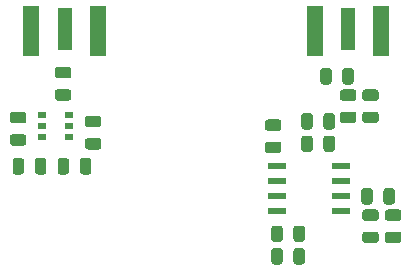
<source format=gtp>
G04 #@! TF.GenerationSoftware,KiCad,Pcbnew,5.1.9+dfsg1-1+deb11u1*
G04 #@! TF.CreationDate,2023-03-16T17:17:06+02:00*
G04 #@! TF.ProjectId,power_meter,706f7765-725f-46d6-9574-65722e6b6963,rev?*
G04 #@! TF.SameCoordinates,Original*
G04 #@! TF.FileFunction,Paste,Top*
G04 #@! TF.FilePolarity,Positive*
%FSLAX46Y46*%
G04 Gerber Fmt 4.6, Leading zero omitted, Abs format (unit mm)*
G04 Created by KiCad (PCBNEW 5.1.9+dfsg1-1+deb11u1) date 2023-03-16 17:17:06*
%MOMM*%
%LPD*%
G01*
G04 APERTURE LIST*
%ADD10R,1.550000X0.600000*%
%ADD11R,1.270000X3.600000*%
%ADD12R,1.350000X4.200000*%
%ADD13R,0.700000X0.510000*%
G04 APERTURE END LIST*
G36*
G01*
X103048750Y-83635000D02*
X103961250Y-83635000D01*
G75*
G02*
X104205000Y-83878750I0J-243750D01*
G01*
X104205000Y-84366250D01*
G75*
G02*
X103961250Y-84610000I-243750J0D01*
G01*
X103048750Y-84610000D01*
G75*
G02*
X102805000Y-84366250I0J243750D01*
G01*
X102805000Y-83878750D01*
G75*
G02*
X103048750Y-83635000I243750J0D01*
G01*
G37*
G36*
G01*
X103048750Y-81760000D02*
X103961250Y-81760000D01*
G75*
G02*
X104205000Y-82003750I0J-243750D01*
G01*
X104205000Y-82491250D01*
G75*
G02*
X103961250Y-82735000I-243750J0D01*
G01*
X103048750Y-82735000D01*
G75*
G02*
X102805000Y-82491250I0J243750D01*
G01*
X102805000Y-82003750D01*
G75*
G02*
X103048750Y-81760000I243750J0D01*
G01*
G37*
G36*
G01*
X128091250Y-84640000D02*
X127178750Y-84640000D01*
G75*
G02*
X126935000Y-84396250I0J243750D01*
G01*
X126935000Y-83908750D01*
G75*
G02*
X127178750Y-83665000I243750J0D01*
G01*
X128091250Y-83665000D01*
G75*
G02*
X128335000Y-83908750I0J-243750D01*
G01*
X128335000Y-84396250D01*
G75*
G02*
X128091250Y-84640000I-243750J0D01*
G01*
G37*
G36*
G01*
X128091250Y-86515000D02*
X127178750Y-86515000D01*
G75*
G02*
X126935000Y-86271250I0J243750D01*
G01*
X126935000Y-85783750D01*
G75*
G02*
X127178750Y-85540000I243750J0D01*
G01*
X128091250Y-85540000D01*
G75*
G02*
X128335000Y-85783750I0J-243750D01*
G01*
X128335000Y-86271250D01*
G75*
G02*
X128091250Y-86515000I-243750J0D01*
G01*
G37*
G36*
G01*
X105588750Y-87777500D02*
X106501250Y-87777500D01*
G75*
G02*
X106745000Y-88021250I0J-243750D01*
G01*
X106745000Y-88508750D01*
G75*
G02*
X106501250Y-88752500I-243750J0D01*
G01*
X105588750Y-88752500D01*
G75*
G02*
X105345000Y-88508750I0J243750D01*
G01*
X105345000Y-88021250D01*
G75*
G02*
X105588750Y-87777500I243750J0D01*
G01*
G37*
G36*
G01*
X105588750Y-85902500D02*
X106501250Y-85902500D01*
G75*
G02*
X106745000Y-86146250I0J-243750D01*
G01*
X106745000Y-86633750D01*
G75*
G02*
X106501250Y-86877500I-243750J0D01*
G01*
X105588750Y-86877500D01*
G75*
G02*
X105345000Y-86633750I0J243750D01*
G01*
X105345000Y-86146250D01*
G75*
G02*
X105588750Y-85902500I243750J0D01*
G01*
G37*
G36*
G01*
X126520000Y-87808750D02*
X126520000Y-88721250D01*
G75*
G02*
X126276250Y-88965000I-243750J0D01*
G01*
X125788750Y-88965000D01*
G75*
G02*
X125545000Y-88721250I0J243750D01*
G01*
X125545000Y-87808750D01*
G75*
G02*
X125788750Y-87565000I243750J0D01*
G01*
X126276250Y-87565000D01*
G75*
G02*
X126520000Y-87808750I0J-243750D01*
G01*
G37*
G36*
G01*
X124645000Y-87808750D02*
X124645000Y-88721250D01*
G75*
G02*
X124401250Y-88965000I-243750J0D01*
G01*
X123913750Y-88965000D01*
G75*
G02*
X123670000Y-88721250I0J243750D01*
G01*
X123670000Y-87808750D01*
G75*
G02*
X123913750Y-87565000I243750J0D01*
G01*
X124401250Y-87565000D01*
G75*
G02*
X124645000Y-87808750I0J-243750D01*
G01*
G37*
G36*
G01*
X130988750Y-93825000D02*
X131901250Y-93825000D01*
G75*
G02*
X132145000Y-94068750I0J-243750D01*
G01*
X132145000Y-94556250D01*
G75*
G02*
X131901250Y-94800000I-243750J0D01*
G01*
X130988750Y-94800000D01*
G75*
G02*
X130745000Y-94556250I0J243750D01*
G01*
X130745000Y-94068750D01*
G75*
G02*
X130988750Y-93825000I243750J0D01*
G01*
G37*
G36*
G01*
X130988750Y-95700000D02*
X131901250Y-95700000D01*
G75*
G02*
X132145000Y-95943750I0J-243750D01*
G01*
X132145000Y-96431250D01*
G75*
G02*
X131901250Y-96675000I-243750J0D01*
G01*
X130988750Y-96675000D01*
G75*
G02*
X130745000Y-96431250I0J243750D01*
G01*
X130745000Y-95943750D01*
G75*
G02*
X130988750Y-95700000I243750J0D01*
G01*
G37*
G36*
G01*
X130625000Y-93166250D02*
X130625000Y-92253750D01*
G75*
G02*
X130868750Y-92010000I243750J0D01*
G01*
X131356250Y-92010000D01*
G75*
G02*
X131600000Y-92253750I0J-243750D01*
G01*
X131600000Y-93166250D01*
G75*
G02*
X131356250Y-93410000I-243750J0D01*
G01*
X130868750Y-93410000D01*
G75*
G02*
X130625000Y-93166250I0J243750D01*
G01*
G37*
G36*
G01*
X128750000Y-93166250D02*
X128750000Y-92253750D01*
G75*
G02*
X128993750Y-92010000I243750J0D01*
G01*
X129481250Y-92010000D01*
G75*
G02*
X129725000Y-92253750I0J-243750D01*
G01*
X129725000Y-93166250D01*
G75*
G02*
X129481250Y-93410000I-243750J0D01*
G01*
X128993750Y-93410000D01*
G75*
G02*
X128750000Y-93166250I0J243750D01*
G01*
G37*
G36*
G01*
X99238750Y-85570000D02*
X100151250Y-85570000D01*
G75*
G02*
X100395000Y-85813750I0J-243750D01*
G01*
X100395000Y-86301250D01*
G75*
G02*
X100151250Y-86545000I-243750J0D01*
G01*
X99238750Y-86545000D01*
G75*
G02*
X98995000Y-86301250I0J243750D01*
G01*
X98995000Y-85813750D01*
G75*
G02*
X99238750Y-85570000I243750J0D01*
G01*
G37*
G36*
G01*
X99238750Y-87445000D02*
X100151250Y-87445000D01*
G75*
G02*
X100395000Y-87688750I0J-243750D01*
G01*
X100395000Y-88176250D01*
G75*
G02*
X100151250Y-88420000I-243750J0D01*
G01*
X99238750Y-88420000D01*
G75*
G02*
X98995000Y-88176250I0J243750D01*
G01*
X98995000Y-87688750D01*
G75*
G02*
X99238750Y-87445000I243750J0D01*
G01*
G37*
G36*
G01*
X102087500Y-89713750D02*
X102087500Y-90626250D01*
G75*
G02*
X101843750Y-90870000I-243750J0D01*
G01*
X101356250Y-90870000D01*
G75*
G02*
X101112500Y-90626250I0J243750D01*
G01*
X101112500Y-89713750D01*
G75*
G02*
X101356250Y-89470000I243750J0D01*
G01*
X101843750Y-89470000D01*
G75*
G02*
X102087500Y-89713750I0J-243750D01*
G01*
G37*
G36*
G01*
X100212500Y-89713750D02*
X100212500Y-90626250D01*
G75*
G02*
X99968750Y-90870000I-243750J0D01*
G01*
X99481250Y-90870000D01*
G75*
G02*
X99237500Y-90626250I0J243750D01*
G01*
X99237500Y-89713750D01*
G75*
G02*
X99481250Y-89470000I243750J0D01*
G01*
X99968750Y-89470000D01*
G75*
G02*
X100212500Y-89713750I0J-243750D01*
G01*
G37*
G36*
G01*
X120828750Y-86205000D02*
X121741250Y-86205000D01*
G75*
G02*
X121985000Y-86448750I0J-243750D01*
G01*
X121985000Y-86936250D01*
G75*
G02*
X121741250Y-87180000I-243750J0D01*
G01*
X120828750Y-87180000D01*
G75*
G02*
X120585000Y-86936250I0J243750D01*
G01*
X120585000Y-86448750D01*
G75*
G02*
X120828750Y-86205000I243750J0D01*
G01*
G37*
G36*
G01*
X120828750Y-88080000D02*
X121741250Y-88080000D01*
G75*
G02*
X121985000Y-88323750I0J-243750D01*
G01*
X121985000Y-88811250D01*
G75*
G02*
X121741250Y-89055000I-243750J0D01*
G01*
X120828750Y-89055000D01*
G75*
G02*
X120585000Y-88811250I0J243750D01*
G01*
X120585000Y-88323750D01*
G75*
G02*
X120828750Y-88080000I243750J0D01*
G01*
G37*
G36*
G01*
X123005000Y-98246250D02*
X123005000Y-97333750D01*
G75*
G02*
X123248750Y-97090000I243750J0D01*
G01*
X123736250Y-97090000D01*
G75*
G02*
X123980000Y-97333750I0J-243750D01*
G01*
X123980000Y-98246250D01*
G75*
G02*
X123736250Y-98490000I-243750J0D01*
G01*
X123248750Y-98490000D01*
G75*
G02*
X123005000Y-98246250I0J243750D01*
G01*
G37*
G36*
G01*
X121130000Y-98246250D02*
X121130000Y-97333750D01*
G75*
G02*
X121373750Y-97090000I243750J0D01*
G01*
X121861250Y-97090000D01*
G75*
G02*
X122105000Y-97333750I0J-243750D01*
G01*
X122105000Y-98246250D01*
G75*
G02*
X121861250Y-98490000I-243750J0D01*
G01*
X121373750Y-98490000D01*
G75*
G02*
X121130000Y-98246250I0J243750D01*
G01*
G37*
G36*
G01*
X123670000Y-86816250D02*
X123670000Y-85903750D01*
G75*
G02*
X123913750Y-85660000I243750J0D01*
G01*
X124401250Y-85660000D01*
G75*
G02*
X124645000Y-85903750I0J-243750D01*
G01*
X124645000Y-86816250D01*
G75*
G02*
X124401250Y-87060000I-243750J0D01*
G01*
X123913750Y-87060000D01*
G75*
G02*
X123670000Y-86816250I0J243750D01*
G01*
G37*
G36*
G01*
X125545000Y-86816250D02*
X125545000Y-85903750D01*
G75*
G02*
X125788750Y-85660000I243750J0D01*
G01*
X126276250Y-85660000D01*
G75*
G02*
X126520000Y-85903750I0J-243750D01*
G01*
X126520000Y-86816250D01*
G75*
G02*
X126276250Y-87060000I-243750J0D01*
G01*
X125788750Y-87060000D01*
G75*
G02*
X125545000Y-86816250I0J243750D01*
G01*
G37*
G36*
G01*
X128122500Y-82093750D02*
X128122500Y-83006250D01*
G75*
G02*
X127878750Y-83250000I-243750J0D01*
G01*
X127391250Y-83250000D01*
G75*
G02*
X127147500Y-83006250I0J243750D01*
G01*
X127147500Y-82093750D01*
G75*
G02*
X127391250Y-81850000I243750J0D01*
G01*
X127878750Y-81850000D01*
G75*
G02*
X128122500Y-82093750I0J-243750D01*
G01*
G37*
G36*
G01*
X126247500Y-82093750D02*
X126247500Y-83006250D01*
G75*
G02*
X126003750Y-83250000I-243750J0D01*
G01*
X125516250Y-83250000D01*
G75*
G02*
X125272500Y-83006250I0J243750D01*
G01*
X125272500Y-82093750D01*
G75*
G02*
X125516250Y-81850000I243750J0D01*
G01*
X126003750Y-81850000D01*
G75*
G02*
X126247500Y-82093750I0J-243750D01*
G01*
G37*
G36*
G01*
X129996250Y-86515000D02*
X129083750Y-86515000D01*
G75*
G02*
X128840000Y-86271250I0J243750D01*
G01*
X128840000Y-85783750D01*
G75*
G02*
X129083750Y-85540000I243750J0D01*
G01*
X129996250Y-85540000D01*
G75*
G02*
X130240000Y-85783750I0J-243750D01*
G01*
X130240000Y-86271250D01*
G75*
G02*
X129996250Y-86515000I-243750J0D01*
G01*
G37*
G36*
G01*
X129996250Y-84640000D02*
X129083750Y-84640000D01*
G75*
G02*
X128840000Y-84396250I0J243750D01*
G01*
X128840000Y-83908750D01*
G75*
G02*
X129083750Y-83665000I243750J0D01*
G01*
X129996250Y-83665000D01*
G75*
G02*
X130240000Y-83908750I0J-243750D01*
G01*
X130240000Y-84396250D01*
G75*
G02*
X129996250Y-84640000I-243750J0D01*
G01*
G37*
G36*
G01*
X129996250Y-94800000D02*
X129083750Y-94800000D01*
G75*
G02*
X128840000Y-94556250I0J243750D01*
G01*
X128840000Y-94068750D01*
G75*
G02*
X129083750Y-93825000I243750J0D01*
G01*
X129996250Y-93825000D01*
G75*
G02*
X130240000Y-94068750I0J-243750D01*
G01*
X130240000Y-94556250D01*
G75*
G02*
X129996250Y-94800000I-243750J0D01*
G01*
G37*
G36*
G01*
X129996250Y-96675000D02*
X129083750Y-96675000D01*
G75*
G02*
X128840000Y-96431250I0J243750D01*
G01*
X128840000Y-95943750D01*
G75*
G02*
X129083750Y-95700000I243750J0D01*
G01*
X129996250Y-95700000D01*
G75*
G02*
X130240000Y-95943750I0J-243750D01*
G01*
X130240000Y-96431250D01*
G75*
G02*
X129996250Y-96675000I-243750J0D01*
G01*
G37*
G36*
G01*
X104922500Y-90626250D02*
X104922500Y-89713750D01*
G75*
G02*
X105166250Y-89470000I243750J0D01*
G01*
X105653750Y-89470000D01*
G75*
G02*
X105897500Y-89713750I0J-243750D01*
G01*
X105897500Y-90626250D01*
G75*
G02*
X105653750Y-90870000I-243750J0D01*
G01*
X105166250Y-90870000D01*
G75*
G02*
X104922500Y-90626250I0J243750D01*
G01*
G37*
G36*
G01*
X103047500Y-90626250D02*
X103047500Y-89713750D01*
G75*
G02*
X103291250Y-89470000I243750J0D01*
G01*
X103778750Y-89470000D01*
G75*
G02*
X104022500Y-89713750I0J-243750D01*
G01*
X104022500Y-90626250D01*
G75*
G02*
X103778750Y-90870000I-243750J0D01*
G01*
X103291250Y-90870000D01*
G75*
G02*
X103047500Y-90626250I0J243750D01*
G01*
G37*
D10*
X121600000Y-90170000D03*
X121600000Y-91440000D03*
X121600000Y-92710000D03*
X121600000Y-93980000D03*
X127000000Y-93980000D03*
X127000000Y-92710000D03*
X127000000Y-91440000D03*
X127000000Y-90170000D03*
D11*
X127635000Y-78540000D03*
D12*
X124810000Y-78740000D03*
X130460000Y-78740000D03*
X106457000Y-78740000D03*
X100807000Y-78740000D03*
D11*
X103632000Y-78540000D03*
D13*
X101695000Y-85810000D03*
X101695000Y-86760000D03*
X101695000Y-87710000D03*
X104015000Y-87710000D03*
X104015000Y-86760000D03*
X104015000Y-85810000D03*
G36*
G01*
X121130000Y-96341250D02*
X121130000Y-95428750D01*
G75*
G02*
X121373750Y-95185000I243750J0D01*
G01*
X121861250Y-95185000D01*
G75*
G02*
X122105000Y-95428750I0J-243750D01*
G01*
X122105000Y-96341250D01*
G75*
G02*
X121861250Y-96585000I-243750J0D01*
G01*
X121373750Y-96585000D01*
G75*
G02*
X121130000Y-96341250I0J243750D01*
G01*
G37*
G36*
G01*
X123005000Y-96341250D02*
X123005000Y-95428750D01*
G75*
G02*
X123248750Y-95185000I243750J0D01*
G01*
X123736250Y-95185000D01*
G75*
G02*
X123980000Y-95428750I0J-243750D01*
G01*
X123980000Y-96341250D01*
G75*
G02*
X123736250Y-96585000I-243750J0D01*
G01*
X123248750Y-96585000D01*
G75*
G02*
X123005000Y-96341250I0J243750D01*
G01*
G37*
M02*

</source>
